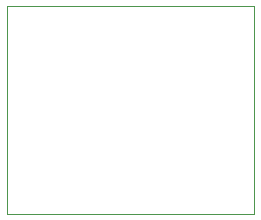
<source format=gbr>
G04 #@! TF.GenerationSoftware,KiCad,Pcbnew,8.0.1*
G04 #@! TF.CreationDate,2024-07-15T10:08:48+02:00*
G04 #@! TF.ProjectId,RGB 2x2 with WS2811,52474220-3278-4322-9077-697468205753,rev?*
G04 #@! TF.SameCoordinates,Original*
G04 #@! TF.FileFunction,OtherDrawing,Comment*
%FSLAX46Y46*%
G04 Gerber Fmt 4.6, Leading zero omitted, Abs format (unit mm)*
G04 Created by KiCad (PCBNEW 8.0.1) date 2024-07-15 10:08:48*
%MOMM*%
%LPD*%
G01*
G04 APERTURE LIST*
%ADD10C,0.066040*%
G04 APERTURE END LIST*
D10*
G04 #@! TO.C,U1*
X118068087Y-44836811D02*
X139023088Y-44836811D01*
X118068087Y-62487271D02*
X118068087Y-44836811D01*
X118068087Y-62487271D02*
X139023088Y-62487271D01*
X139023088Y-62487271D02*
X139023088Y-44836811D01*
G04 #@! TD*
M02*

</source>
